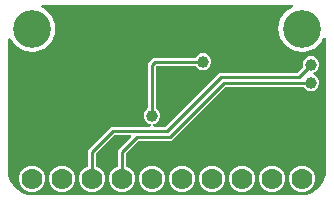
<source format=gbr>
G04 EAGLE Gerber RS-274X export*
G75*
%MOMM*%
%FSLAX34Y34*%
%LPD*%
%INBottom Copper*%
%IPPOS*%
%AMOC8*
5,1,8,0,0,1.08239X$1,22.5*%
G01*
%ADD10C,1.778000*%
%ADD11C,3.200000*%
%ADD12C,1.008000*%
%ADD13C,0.254000*%

G36*
X254022Y3813D02*
X254022Y3813D01*
X254100Y3815D01*
X257080Y4049D01*
X257147Y4063D01*
X257216Y4067D01*
X257372Y4107D01*
X263041Y5949D01*
X263148Y6000D01*
X263259Y6043D01*
X263310Y6076D01*
X263329Y6085D01*
X263344Y6098D01*
X263395Y6129D01*
X268216Y9633D01*
X268303Y9714D01*
X268395Y9790D01*
X268433Y9836D01*
X268448Y9850D01*
X268459Y9868D01*
X268497Y9914D01*
X272001Y14735D01*
X272058Y14840D01*
X272121Y14940D01*
X272144Y14996D01*
X272154Y15014D01*
X272159Y15034D01*
X272181Y15089D01*
X274023Y20758D01*
X274036Y20825D01*
X274058Y20891D01*
X274081Y21050D01*
X274315Y24030D01*
X274315Y24035D01*
X274316Y24038D01*
X274315Y24057D01*
X274319Y24130D01*
X274319Y136031D01*
X274313Y136084D01*
X274315Y136137D01*
X274293Y136241D01*
X274279Y136346D01*
X274260Y136396D01*
X274249Y136448D01*
X274202Y136543D01*
X274162Y136642D01*
X274131Y136685D01*
X274107Y136733D01*
X274038Y136813D01*
X273976Y136899D01*
X273934Y136933D01*
X273900Y136974D01*
X273813Y137034D01*
X273731Y137102D01*
X273682Y137125D01*
X273639Y137155D01*
X273539Y137192D01*
X273443Y137238D01*
X273391Y137248D01*
X273341Y137266D01*
X273235Y137278D01*
X273131Y137297D01*
X273077Y137294D01*
X273025Y137300D01*
X272919Y137284D01*
X272813Y137278D01*
X272763Y137261D01*
X272710Y137254D01*
X272612Y137212D01*
X272511Y137180D01*
X272466Y137151D01*
X272417Y137131D01*
X272332Y137066D01*
X272242Y137010D01*
X272205Y136971D01*
X272163Y136939D01*
X272097Y136855D01*
X272024Y136778D01*
X271998Y136731D01*
X271965Y136690D01*
X271890Y136547D01*
X270287Y132946D01*
X264066Y127345D01*
X256104Y124758D01*
X247779Y125633D01*
X240529Y129819D01*
X235608Y136591D01*
X233868Y144780D01*
X235608Y152969D01*
X240529Y159741D01*
X245707Y162731D01*
X245823Y162819D01*
X245941Y162904D01*
X245949Y162915D01*
X245960Y162923D01*
X246050Y163037D01*
X246144Y163149D01*
X246149Y163162D01*
X246158Y163172D01*
X246217Y163306D01*
X246279Y163437D01*
X246282Y163450D01*
X246287Y163463D01*
X246312Y163607D01*
X246339Y163750D01*
X246338Y163763D01*
X246340Y163776D01*
X246328Y163922D01*
X246319Y164067D01*
X246315Y164080D01*
X246314Y164093D01*
X246266Y164231D01*
X246221Y164369D01*
X246214Y164381D01*
X246209Y164394D01*
X246129Y164515D01*
X246051Y164638D01*
X246041Y164647D01*
X246034Y164659D01*
X245925Y164756D01*
X245819Y164856D01*
X245807Y164863D01*
X245797Y164872D01*
X245669Y164939D01*
X245541Y165010D01*
X245528Y165013D01*
X245516Y165019D01*
X245374Y165053D01*
X245233Y165089D01*
X245215Y165090D01*
X245206Y165092D01*
X245189Y165092D01*
X245072Y165099D01*
X34603Y165099D01*
X34485Y165084D01*
X34366Y165077D01*
X34328Y165064D01*
X34288Y165059D01*
X34177Y165016D01*
X34063Y164979D01*
X34029Y164957D01*
X33992Y164942D01*
X33896Y164872D01*
X33795Y164808D01*
X33767Y164779D01*
X33735Y164756D01*
X33659Y164664D01*
X33577Y164577D01*
X33558Y164541D01*
X33532Y164511D01*
X33481Y164403D01*
X33424Y164298D01*
X33414Y164259D01*
X33397Y164223D01*
X33374Y164106D01*
X33344Y163990D01*
X33344Y163950D01*
X33337Y163911D01*
X33344Y163791D01*
X33344Y163672D01*
X33354Y163633D01*
X33357Y163593D01*
X33393Y163480D01*
X33423Y163364D01*
X33442Y163329D01*
X33455Y163291D01*
X33518Y163190D01*
X33576Y163085D01*
X33603Y163056D01*
X33625Y163022D01*
X33712Y162940D01*
X33793Y162853D01*
X33827Y162831D01*
X33856Y162804D01*
X33961Y162746D01*
X34062Y162682D01*
X34117Y162660D01*
X34135Y162650D01*
X34155Y162645D01*
X34211Y162623D01*
X35466Y162215D01*
X41687Y156614D01*
X45092Y148966D01*
X45092Y140594D01*
X41687Y132946D01*
X35466Y127345D01*
X27504Y124758D01*
X19179Y125633D01*
X11929Y129819D01*
X7377Y136084D01*
X7322Y136142D01*
X7276Y136207D01*
X7214Y136258D01*
X7159Y136316D01*
X7092Y136359D01*
X7031Y136409D01*
X6958Y136443D01*
X6891Y136486D01*
X6815Y136511D01*
X6743Y136545D01*
X6664Y136560D01*
X6588Y136585D01*
X6509Y136590D01*
X6430Y136605D01*
X6351Y136600D01*
X6271Y136605D01*
X6192Y136590D01*
X6113Y136585D01*
X6037Y136560D01*
X5958Y136545D01*
X5886Y136511D01*
X5811Y136487D01*
X5743Y136444D01*
X5671Y136410D01*
X5609Y136359D01*
X5542Y136317D01*
X5487Y136258D01*
X5425Y136208D01*
X5379Y136143D01*
X5324Y136085D01*
X5285Y136015D01*
X5238Y135950D01*
X5209Y135876D01*
X5170Y135807D01*
X5150Y135729D01*
X5121Y135655D01*
X5111Y135576D01*
X5091Y135499D01*
X5081Y135341D01*
X5081Y135339D01*
X5081Y135338D01*
X5081Y24130D01*
X5083Y24108D01*
X5085Y24030D01*
X5319Y21050D01*
X5333Y20983D01*
X5337Y20914D01*
X5377Y20758D01*
X7219Y15089D01*
X7270Y14982D01*
X7313Y14871D01*
X7346Y14820D01*
X7355Y14801D01*
X7368Y14786D01*
X7399Y14735D01*
X10903Y9914D01*
X10984Y9827D01*
X11060Y9735D01*
X11106Y9697D01*
X11120Y9682D01*
X11138Y9671D01*
X11184Y9633D01*
X16005Y6129D01*
X16110Y6072D01*
X16210Y6009D01*
X16266Y5986D01*
X16284Y5976D01*
X16304Y5971D01*
X16359Y5949D01*
X22028Y4107D01*
X22096Y4094D01*
X22161Y4072D01*
X22320Y4049D01*
X25300Y3815D01*
X25322Y3816D01*
X25400Y3811D01*
X254000Y3811D01*
X254022Y3813D01*
G37*
%LPC*%
G36*
X74027Y6857D02*
X74027Y6857D01*
X70013Y8520D01*
X66940Y11593D01*
X65277Y15607D01*
X65277Y19953D01*
X66940Y23967D01*
X70013Y27040D01*
X72114Y27910D01*
X72139Y27925D01*
X72167Y27934D01*
X72277Y28003D01*
X72390Y28068D01*
X72411Y28088D01*
X72436Y28104D01*
X72525Y28199D01*
X72618Y28289D01*
X72634Y28314D01*
X72654Y28336D01*
X72717Y28449D01*
X72785Y28560D01*
X72793Y28588D01*
X72808Y28614D01*
X72840Y28740D01*
X72878Y28864D01*
X72880Y28893D01*
X72887Y28922D01*
X72897Y29083D01*
X72897Y42008D01*
X92612Y61723D01*
X124824Y61723D01*
X124893Y61731D01*
X124963Y61730D01*
X125051Y61751D01*
X125140Y61763D01*
X125205Y61788D01*
X125272Y61805D01*
X125352Y61847D01*
X125435Y61880D01*
X125492Y61921D01*
X125554Y61953D01*
X125620Y62014D01*
X125693Y62066D01*
X125737Y62120D01*
X125789Y62167D01*
X125838Y62242D01*
X125896Y62311D01*
X125925Y62375D01*
X125964Y62433D01*
X125993Y62518D01*
X126031Y62599D01*
X126044Y62668D01*
X126067Y62734D01*
X126074Y62823D01*
X126091Y62911D01*
X126087Y62981D01*
X126092Y63051D01*
X126077Y63139D01*
X126071Y63229D01*
X126050Y63295D01*
X126038Y63364D01*
X126001Y63446D01*
X125973Y63531D01*
X125936Y63590D01*
X125907Y63654D01*
X125851Y63724D01*
X125803Y63800D01*
X125752Y63848D01*
X125709Y63902D01*
X125637Y63957D01*
X125571Y64018D01*
X125510Y64052D01*
X125454Y64094D01*
X125310Y64165D01*
X122994Y65124D01*
X121004Y67114D01*
X119927Y69713D01*
X119927Y72527D01*
X121004Y75126D01*
X123013Y77136D01*
X123077Y77176D01*
X123190Y77240D01*
X123211Y77261D01*
X123236Y77277D01*
X123325Y77372D01*
X123418Y77462D01*
X123434Y77487D01*
X123454Y77508D01*
X123517Y77622D01*
X123585Y77733D01*
X123593Y77761D01*
X123608Y77787D01*
X123640Y77913D01*
X123678Y78037D01*
X123680Y78066D01*
X123687Y78095D01*
X123697Y78256D01*
X123697Y115668D01*
X128172Y120143D01*
X163044Y120143D01*
X163074Y120146D01*
X163103Y120144D01*
X163231Y120166D01*
X163360Y120183D01*
X163387Y120193D01*
X163417Y120198D01*
X163535Y120252D01*
X163656Y120300D01*
X163680Y120317D01*
X163707Y120329D01*
X163808Y120410D01*
X163913Y120486D01*
X163932Y120509D01*
X163955Y120528D01*
X164033Y120631D01*
X164116Y120731D01*
X164128Y120758D01*
X164146Y120782D01*
X164172Y120834D01*
X166174Y122836D01*
X168773Y123913D01*
X171587Y123913D01*
X174186Y122836D01*
X176176Y120846D01*
X177253Y118247D01*
X177253Y115433D01*
X176176Y112834D01*
X174186Y110844D01*
X171587Y109767D01*
X168773Y109767D01*
X166174Y110844D01*
X164164Y112853D01*
X164124Y112917D01*
X164060Y113030D01*
X164039Y113051D01*
X164023Y113076D01*
X163928Y113165D01*
X163838Y113258D01*
X163813Y113274D01*
X163792Y113294D01*
X163678Y113357D01*
X163567Y113425D01*
X163539Y113433D01*
X163513Y113448D01*
X163387Y113480D01*
X163263Y113518D01*
X163234Y113520D01*
X163205Y113527D01*
X163044Y113537D01*
X131572Y113537D01*
X131454Y113522D01*
X131335Y113515D01*
X131297Y113502D01*
X131256Y113497D01*
X131146Y113454D01*
X131033Y113417D01*
X130998Y113395D01*
X130961Y113380D01*
X130865Y113311D01*
X130764Y113247D01*
X130736Y113217D01*
X130703Y113194D01*
X130627Y113102D01*
X130546Y113015D01*
X130526Y112980D01*
X130501Y112949D01*
X130450Y112841D01*
X130392Y112737D01*
X130382Y112697D01*
X130365Y112661D01*
X130343Y112544D01*
X130313Y112429D01*
X130309Y112369D01*
X130305Y112349D01*
X130307Y112328D01*
X130303Y112268D01*
X130303Y78256D01*
X130306Y78226D01*
X130304Y78197D01*
X130326Y78069D01*
X130343Y77940D01*
X130353Y77913D01*
X130358Y77883D01*
X130412Y77765D01*
X130460Y77644D01*
X130477Y77620D01*
X130489Y77593D01*
X130570Y77492D01*
X130646Y77387D01*
X130669Y77368D01*
X130688Y77345D01*
X130791Y77267D01*
X130891Y77184D01*
X130918Y77172D01*
X130942Y77154D01*
X130994Y77128D01*
X132996Y75126D01*
X134073Y72527D01*
X134073Y69713D01*
X132996Y67114D01*
X131006Y65124D01*
X128690Y64165D01*
X128629Y64130D01*
X128565Y64104D01*
X128492Y64052D01*
X128414Y64007D01*
X128364Y63959D01*
X128307Y63918D01*
X128250Y63848D01*
X128185Y63786D01*
X128149Y63726D01*
X128104Y63673D01*
X128066Y63591D01*
X128019Y63515D01*
X127999Y63448D01*
X127969Y63385D01*
X127952Y63297D01*
X127926Y63211D01*
X127922Y63141D01*
X127909Y63072D01*
X127915Y62983D01*
X127910Y62893D01*
X127925Y62825D01*
X127929Y62755D01*
X127957Y62670D01*
X127975Y62582D01*
X128005Y62519D01*
X128027Y62453D01*
X128075Y62377D01*
X128114Y62296D01*
X128160Y62243D01*
X128197Y62184D01*
X128262Y62122D01*
X128321Y62054D01*
X128378Y62014D01*
X128429Y61966D01*
X128507Y61923D01*
X128581Y61871D01*
X128646Y61846D01*
X128707Y61812D01*
X128794Y61790D01*
X128878Y61758D01*
X128948Y61750D01*
X129015Y61733D01*
X129176Y61723D01*
X137806Y61723D01*
X137904Y61735D01*
X138003Y61738D01*
X138062Y61755D01*
X138122Y61763D01*
X138214Y61799D01*
X138309Y61827D01*
X138361Y61857D01*
X138417Y61880D01*
X138497Y61938D01*
X138583Y61988D01*
X138658Y62054D01*
X138675Y62066D01*
X138683Y62076D01*
X138704Y62094D01*
X184052Y107443D01*
X249566Y107443D01*
X249664Y107455D01*
X249763Y107458D01*
X249822Y107475D01*
X249882Y107483D01*
X249974Y107519D01*
X250069Y107547D01*
X250121Y107577D01*
X250177Y107600D01*
X250257Y107658D01*
X250343Y107708D01*
X250418Y107774D01*
X250435Y107786D01*
X250443Y107796D01*
X250464Y107814D01*
X254239Y111590D01*
X254257Y111613D01*
X254280Y111632D01*
X254354Y111738D01*
X254434Y111841D01*
X254446Y111868D01*
X254463Y111892D01*
X254509Y112013D01*
X254560Y112133D01*
X254565Y112162D01*
X254575Y112190D01*
X254590Y112318D01*
X254610Y112447D01*
X254607Y112477D01*
X254611Y112506D01*
X254593Y112634D01*
X254580Y112764D01*
X254570Y112792D01*
X254566Y112821D01*
X254547Y112876D01*
X254547Y115707D01*
X255624Y118306D01*
X257614Y120296D01*
X260213Y121373D01*
X263027Y121373D01*
X265626Y120296D01*
X267616Y118306D01*
X268693Y115707D01*
X268693Y112893D01*
X267616Y110294D01*
X265626Y108304D01*
X264537Y107853D01*
X264416Y107784D01*
X264293Y107719D01*
X264278Y107705D01*
X264260Y107695D01*
X264160Y107598D01*
X264058Y107505D01*
X264046Y107488D01*
X264032Y107474D01*
X263959Y107355D01*
X263883Y107239D01*
X263876Y107220D01*
X263866Y107203D01*
X263825Y107070D01*
X263780Y106938D01*
X263778Y106918D01*
X263772Y106899D01*
X263765Y106760D01*
X263754Y106621D01*
X263758Y106601D01*
X263757Y106581D01*
X263785Y106445D01*
X263809Y106308D01*
X263817Y106289D01*
X263821Y106270D01*
X263882Y106145D01*
X263939Y106018D01*
X263952Y106002D01*
X263961Y105984D01*
X264051Y105878D01*
X264138Y105770D01*
X264154Y105757D01*
X264167Y105742D01*
X264281Y105662D01*
X264392Y105578D01*
X264417Y105566D01*
X264427Y105559D01*
X264447Y105552D01*
X264537Y105507D01*
X265626Y105056D01*
X267616Y103066D01*
X268693Y100467D01*
X268693Y97653D01*
X267616Y95054D01*
X265626Y93064D01*
X263027Y91987D01*
X260213Y91987D01*
X257614Y93064D01*
X255604Y95073D01*
X255564Y95137D01*
X255500Y95250D01*
X255479Y95271D01*
X255463Y95296D01*
X255368Y95385D01*
X255278Y95478D01*
X255253Y95494D01*
X255232Y95514D01*
X255118Y95577D01*
X255007Y95645D01*
X254979Y95653D01*
X254953Y95668D01*
X254827Y95700D01*
X254703Y95738D01*
X254674Y95740D01*
X254645Y95747D01*
X254484Y95757D01*
X189854Y95757D01*
X189756Y95745D01*
X189657Y95742D01*
X189598Y95725D01*
X189538Y95717D01*
X189446Y95681D01*
X189351Y95653D01*
X189299Y95623D01*
X189243Y95600D01*
X189163Y95542D01*
X189077Y95492D01*
X189002Y95426D01*
X188985Y95414D01*
X188977Y95404D01*
X188956Y95386D01*
X143608Y50037D01*
X116194Y50037D01*
X116096Y50025D01*
X115997Y50022D01*
X115938Y50005D01*
X115878Y49997D01*
X115786Y49961D01*
X115691Y49933D01*
X115639Y49903D01*
X115583Y49880D01*
X115503Y49822D01*
X115417Y49772D01*
X115342Y49706D01*
X115325Y49694D01*
X115317Y49684D01*
X115296Y49666D01*
X105274Y39644D01*
X105214Y39565D01*
X105146Y39493D01*
X105117Y39440D01*
X105080Y39392D01*
X105040Y39301D01*
X104992Y39215D01*
X104977Y39156D01*
X104953Y39101D01*
X104938Y39003D01*
X104913Y38907D01*
X104907Y38807D01*
X104903Y38786D01*
X104905Y38774D01*
X104903Y38746D01*
X104903Y29083D01*
X104906Y29053D01*
X104904Y29024D01*
X104926Y28896D01*
X104943Y28767D01*
X104953Y28740D01*
X104958Y28711D01*
X105012Y28592D01*
X105060Y28471D01*
X105077Y28448D01*
X105089Y28421D01*
X105170Y28319D01*
X105246Y28214D01*
X105269Y28195D01*
X105288Y28172D01*
X105391Y28094D01*
X105491Y28011D01*
X105518Y27999D01*
X105542Y27981D01*
X105686Y27910D01*
X107787Y27040D01*
X110860Y23967D01*
X112523Y19953D01*
X112523Y15607D01*
X110860Y11593D01*
X107787Y8520D01*
X103773Y6857D01*
X99427Y6857D01*
X95413Y8520D01*
X92340Y11593D01*
X90677Y15607D01*
X90677Y19953D01*
X92340Y23967D01*
X95413Y27040D01*
X97514Y27910D01*
X97539Y27925D01*
X97567Y27934D01*
X97677Y28003D01*
X97790Y28068D01*
X97811Y28088D01*
X97836Y28104D01*
X97925Y28199D01*
X98018Y28289D01*
X98034Y28314D01*
X98054Y28336D01*
X98117Y28449D01*
X98185Y28560D01*
X98193Y28588D01*
X98208Y28614D01*
X98240Y28740D01*
X98278Y28864D01*
X98280Y28893D01*
X98287Y28922D01*
X98297Y29083D01*
X98297Y42008D01*
X109240Y52951D01*
X109325Y53060D01*
X109414Y53167D01*
X109422Y53186D01*
X109435Y53202D01*
X109490Y53330D01*
X109549Y53455D01*
X109553Y53475D01*
X109561Y53494D01*
X109583Y53632D01*
X109609Y53768D01*
X109608Y53788D01*
X109611Y53808D01*
X109598Y53947D01*
X109589Y54085D01*
X109583Y54104D01*
X109581Y54124D01*
X109534Y54256D01*
X109491Y54387D01*
X109480Y54405D01*
X109473Y54424D01*
X109395Y54539D01*
X109321Y54656D01*
X109306Y54670D01*
X109295Y54687D01*
X109191Y54779D01*
X109089Y54874D01*
X109072Y54884D01*
X109056Y54897D01*
X108932Y54961D01*
X108811Y55028D01*
X108791Y55033D01*
X108773Y55042D01*
X108637Y55072D01*
X108503Y55107D01*
X108475Y55109D01*
X108463Y55112D01*
X108442Y55111D01*
X108342Y55117D01*
X95874Y55117D01*
X95776Y55105D01*
X95677Y55102D01*
X95618Y55085D01*
X95558Y55077D01*
X95466Y55041D01*
X95371Y55013D01*
X95319Y54983D01*
X95263Y54960D01*
X95183Y54902D01*
X95097Y54852D01*
X95022Y54786D01*
X95005Y54774D01*
X94997Y54764D01*
X94976Y54746D01*
X79874Y39644D01*
X79814Y39565D01*
X79746Y39493D01*
X79717Y39440D01*
X79680Y39392D01*
X79640Y39301D01*
X79592Y39215D01*
X79577Y39156D01*
X79553Y39101D01*
X79538Y39003D01*
X79513Y38907D01*
X79507Y38807D01*
X79503Y38786D01*
X79505Y38774D01*
X79503Y38746D01*
X79503Y29083D01*
X79506Y29053D01*
X79504Y29024D01*
X79526Y28896D01*
X79543Y28767D01*
X79553Y28740D01*
X79558Y28711D01*
X79612Y28592D01*
X79660Y28471D01*
X79677Y28448D01*
X79689Y28421D01*
X79770Y28319D01*
X79846Y28214D01*
X79869Y28195D01*
X79888Y28172D01*
X79991Y28094D01*
X80091Y28011D01*
X80118Y27999D01*
X80142Y27981D01*
X80286Y27910D01*
X82387Y27040D01*
X85460Y23967D01*
X87123Y19953D01*
X87123Y15607D01*
X85460Y11593D01*
X82387Y8520D01*
X78373Y6857D01*
X74027Y6857D01*
G37*
%LPD*%
%LPC*%
G36*
X251827Y6857D02*
X251827Y6857D01*
X247813Y8520D01*
X244740Y11593D01*
X243077Y15607D01*
X243077Y19953D01*
X244740Y23967D01*
X247813Y27040D01*
X251827Y28703D01*
X256173Y28703D01*
X260187Y27040D01*
X263260Y23967D01*
X264923Y19953D01*
X264923Y15607D01*
X263260Y11593D01*
X260187Y8520D01*
X256173Y6857D01*
X251827Y6857D01*
G37*
%LPD*%
%LPC*%
G36*
X226427Y6857D02*
X226427Y6857D01*
X222413Y8520D01*
X219340Y11593D01*
X217677Y15607D01*
X217677Y19953D01*
X219340Y23967D01*
X222413Y27040D01*
X226427Y28703D01*
X230773Y28703D01*
X234787Y27040D01*
X237860Y23967D01*
X239523Y19953D01*
X239523Y15607D01*
X237860Y11593D01*
X234787Y8520D01*
X230773Y6857D01*
X226427Y6857D01*
G37*
%LPD*%
%LPC*%
G36*
X201027Y6857D02*
X201027Y6857D01*
X197013Y8520D01*
X193940Y11593D01*
X192277Y15607D01*
X192277Y19953D01*
X193940Y23967D01*
X197013Y27040D01*
X201027Y28703D01*
X205373Y28703D01*
X209387Y27040D01*
X212460Y23967D01*
X214123Y19953D01*
X214123Y15607D01*
X212460Y11593D01*
X209387Y8520D01*
X205373Y6857D01*
X201027Y6857D01*
G37*
%LPD*%
%LPC*%
G36*
X175627Y6857D02*
X175627Y6857D01*
X171613Y8520D01*
X168540Y11593D01*
X166877Y15607D01*
X166877Y19953D01*
X168540Y23967D01*
X171613Y27040D01*
X175627Y28703D01*
X179973Y28703D01*
X183987Y27040D01*
X187060Y23967D01*
X188723Y19953D01*
X188723Y15607D01*
X187060Y11593D01*
X183987Y8520D01*
X179973Y6857D01*
X175627Y6857D01*
G37*
%LPD*%
%LPC*%
G36*
X150227Y6857D02*
X150227Y6857D01*
X146213Y8520D01*
X143140Y11593D01*
X141477Y15607D01*
X141477Y19953D01*
X143140Y23967D01*
X146213Y27040D01*
X150227Y28703D01*
X154573Y28703D01*
X158587Y27040D01*
X161660Y23967D01*
X163323Y19953D01*
X163323Y15607D01*
X161660Y11593D01*
X158587Y8520D01*
X154573Y6857D01*
X150227Y6857D01*
G37*
%LPD*%
%LPC*%
G36*
X124827Y6857D02*
X124827Y6857D01*
X120813Y8520D01*
X117740Y11593D01*
X116077Y15607D01*
X116077Y19953D01*
X117740Y23967D01*
X120813Y27040D01*
X124827Y28703D01*
X129173Y28703D01*
X133187Y27040D01*
X136260Y23967D01*
X137923Y19953D01*
X137923Y15607D01*
X136260Y11593D01*
X133187Y8520D01*
X129173Y6857D01*
X124827Y6857D01*
G37*
%LPD*%
%LPC*%
G36*
X48627Y6857D02*
X48627Y6857D01*
X44613Y8520D01*
X41540Y11593D01*
X39877Y15607D01*
X39877Y19953D01*
X41540Y23967D01*
X44613Y27040D01*
X48627Y28703D01*
X52973Y28703D01*
X56987Y27040D01*
X60060Y23967D01*
X61723Y19953D01*
X61723Y15607D01*
X60060Y11593D01*
X56987Y8520D01*
X52973Y6857D01*
X48627Y6857D01*
G37*
%LPD*%
%LPC*%
G36*
X23227Y6857D02*
X23227Y6857D01*
X19213Y8520D01*
X16140Y11593D01*
X14477Y15607D01*
X14477Y19953D01*
X16140Y23967D01*
X19213Y27040D01*
X23227Y28703D01*
X27573Y28703D01*
X31587Y27040D01*
X34660Y23967D01*
X36323Y19953D01*
X36323Y15607D01*
X34660Y11593D01*
X31587Y8520D01*
X27573Y6857D01*
X23227Y6857D01*
G37*
%LPD*%
D10*
X254000Y17780D03*
X228600Y17780D03*
X203200Y17780D03*
X177800Y17780D03*
X152400Y17780D03*
X127000Y17780D03*
X101600Y17780D03*
X76200Y17780D03*
X50800Y17780D03*
X25400Y17780D03*
D11*
X254000Y144780D03*
X25400Y144780D03*
D12*
X63500Y124460D03*
X114300Y124460D03*
D13*
X63500Y124460D01*
D12*
X190500Y121920D03*
D13*
X190500Y116840D01*
D12*
X261620Y114300D03*
D13*
X251460Y104140D01*
X185420Y104140D01*
X139700Y58420D01*
X93980Y58420D01*
X76200Y40640D01*
X76200Y17780D01*
X101600Y17780D02*
X101600Y40640D01*
X114300Y53340D01*
X142240Y53340D01*
X187960Y99060D01*
X261620Y99060D01*
D12*
X261620Y99060D03*
X170180Y116840D03*
D13*
X129540Y116840D01*
X127000Y114300D01*
X127000Y71120D01*
D12*
X127000Y71120D03*
M02*

</source>
